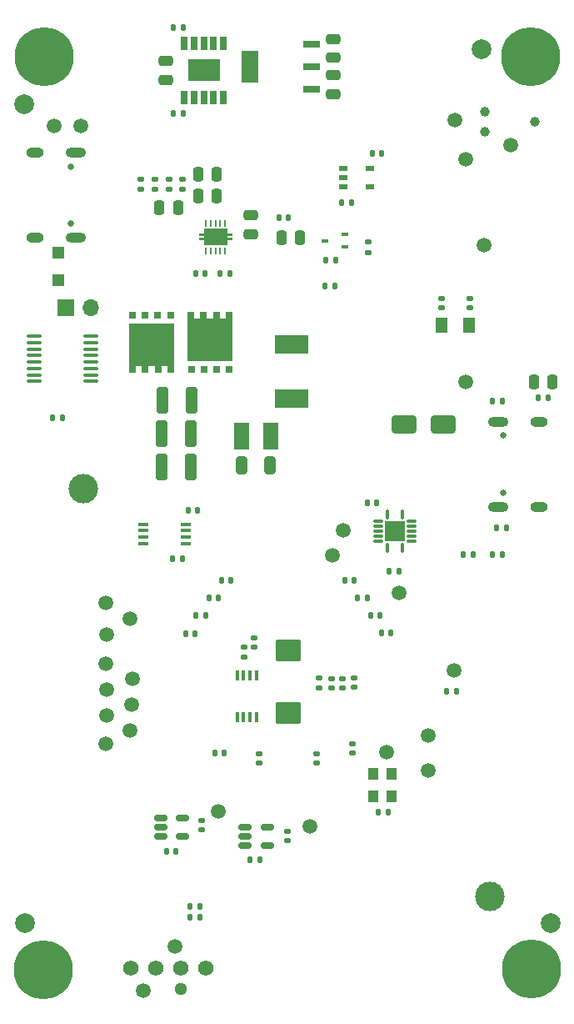
<source format=gbr>
%TF.GenerationSoftware,KiCad,Pcbnew,8.0.5*%
%TF.CreationDate,2024-12-18T19:41:23+01:00*%
%TF.ProjectId,makeraxe-lite,6d616b65-7261-4786-952d-6c6974652e6b,rev?*%
%TF.SameCoordinates,Original*%
%TF.FileFunction,Soldermask,Top*%
%TF.FilePolarity,Negative*%
%FSLAX46Y46*%
G04 Gerber Fmt 4.6, Leading zero omitted, Abs format (unit mm)*
G04 Created by KiCad (PCBNEW 8.0.5) date 2024-12-18 19:41:23*
%MOMM*%
%LPD*%
G01*
G04 APERTURE LIST*
G04 Aperture macros list*
%AMRoundRect*
0 Rectangle with rounded corners*
0 $1 Rounding radius*
0 $2 $3 $4 $5 $6 $7 $8 $9 X,Y pos of 4 corners*
0 Add a 4 corners polygon primitive as box body*
4,1,4,$2,$3,$4,$5,$6,$7,$8,$9,$2,$3,0*
0 Add four circle primitives for the rounded corners*
1,1,$1+$1,$2,$3*
1,1,$1+$1,$4,$5*
1,1,$1+$1,$6,$7*
1,1,$1+$1,$8,$9*
0 Add four rect primitives between the rounded corners*
20,1,$1+$1,$2,$3,$4,$5,0*
20,1,$1+$1,$4,$5,$6,$7,0*
20,1,$1+$1,$6,$7,$8,$9,0*
20,1,$1+$1,$8,$9,$2,$3,0*%
%AMFreePoly0*
4,1,35,0.005000,-4.560000,0.003536,-4.563536,0.000000,-4.565000,-5.000000,-4.565000,-5.003536,-4.563536,-5.005000,-4.560000,-5.005000,-3.898000,-5.003536,-3.894464,-5.000000,-3.893000,-4.325000,-3.893000,-4.325000,-3.269700,-5.000000,-3.269700,-5.003536,-3.268236,-5.005000,-3.264700,-5.005000,-2.599700,-5.003536,-2.596164,-5.000000,-2.594700,-4.325000,-2.594700,-4.325000,-1.971400,-5.000000,-1.971400,
-5.003536,-1.969936,-5.005000,-1.966400,-5.005000,-1.301400,-5.003536,-1.297864,-5.000000,-1.296400,-4.325000,-1.296400,-4.325000,-0.673100,-5.000000,-0.673100,-5.003536,-0.671636,-5.005000,-0.668100,-5.005000,0.000000,-5.003536,0.003536,-5.000000,0.005000,0.005000,0.005000,0.005000,-4.560000,0.005000,-4.560000,$1*%
%AMFreePoly1*
4,1,45,-0.124646,1.700354,-0.124500,1.700000,-0.124500,1.200500,0.124500,1.200500,0.124500,1.700000,0.124646,1.700354,0.125000,1.700500,0.375000,1.700500,0.375354,1.700354,0.375500,1.700000,0.375500,1.200500,0.825000,1.200500,0.825354,1.200354,0.825500,1.200000,0.825500,-1.200000,0.825354,-1.200354,0.825000,-1.200500,0.375500,-1.200500,0.375500,-1.700000,0.375354,-1.700354,
0.375000,-1.700500,0.125000,-1.700500,0.124646,-1.700354,0.124500,-1.700000,0.124500,-1.200500,-0.124500,-1.200500,-0.124500,-1.700000,-0.124646,-1.700354,-0.125000,-1.700500,-0.375000,-1.700500,-0.375354,-1.700354,-0.375500,-1.700000,-0.375500,-1.200500,-0.825000,-1.200500,-0.825354,-1.200354,-0.825500,-1.200000,-0.825500,1.200000,-0.825354,1.200354,-0.825000,1.200500,-0.375500,1.200500,
-0.375500,1.700000,-0.375354,1.700354,-0.375000,1.700500,-0.125000,1.700500,-0.124646,1.700354,-0.124646,1.700354,$1*%
G04 Aperture macros list end*
%ADD10RoundRect,0.250000X0.250000X0.475000X-0.250000X0.475000X-0.250000X-0.475000X0.250000X-0.475000X0*%
%ADD11RoundRect,0.140000X0.140000X0.170000X-0.140000X0.170000X-0.140000X-0.170000X0.140000X-0.170000X0*%
%ADD12RoundRect,0.250000X-1.000000X-0.650000X1.000000X-0.650000X1.000000X0.650000X-1.000000X0.650000X0*%
%ADD13RoundRect,0.100000X-0.637500X-0.100000X0.637500X-0.100000X0.637500X0.100000X-0.637500X0.100000X0*%
%ADD14RoundRect,0.140000X-0.170000X0.140000X-0.170000X-0.140000X0.170000X-0.140000X0.170000X0.140000X0*%
%ADD15C,2.000000*%
%ADD16RoundRect,0.135000X-0.185000X0.135000X-0.185000X-0.135000X0.185000X-0.135000X0.185000X0.135000X0*%
%ADD17R,0.700000X1.400000*%
%ADD18R,3.200000X2.300000*%
%ADD19RoundRect,0.135000X0.135000X0.185000X-0.135000X0.185000X-0.135000X-0.185000X0.135000X-0.185000X0*%
%ADD20C,1.500000*%
%ADD21R,0.700000X0.450000*%
%ADD22C,3.000000*%
%ADD23RoundRect,0.250000X-0.475000X0.250000X-0.475000X-0.250000X0.475000X-0.250000X0.475000X0.250000X0*%
%ADD24RoundRect,0.135000X-0.135000X-0.185000X0.135000X-0.185000X0.135000X0.185000X-0.135000X0.185000X0*%
%ADD25RoundRect,0.250000X-0.250000X-0.475000X0.250000X-0.475000X0.250000X0.475000X-0.250000X0.475000X0*%
%ADD26R,1.168400X1.600200*%
%ADD27RoundRect,0.150000X-0.512500X-0.150000X0.512500X-0.150000X0.512500X0.150000X-0.512500X0.150000X0*%
%ADD28RoundRect,0.140000X0.170000X-0.140000X0.170000X0.140000X-0.170000X0.140000X-0.170000X-0.140000X0*%
%ADD29R,0.400000X1.100000*%
%ADD30RoundRect,0.140000X-0.140000X-0.170000X0.140000X-0.170000X0.140000X0.170000X-0.140000X0.170000X0*%
%ADD31C,0.800000*%
%ADD32C,6.000000*%
%ADD33RoundRect,0.007800X-0.122200X0.442200X-0.122200X-0.442200X0.122200X-0.442200X0.122200X0.442200X0*%
%ADD34RoundRect,0.007800X-0.442200X-0.122200X0.442200X-0.122200X0.442200X0.122200X-0.442200X0.122200X0*%
%ADD35R,2.050000X2.050000*%
%ADD36RoundRect,0.135000X0.185000X-0.135000X0.185000X0.135000X-0.185000X0.135000X-0.185000X-0.135000X0*%
%ADD37R,1.100000X0.400000*%
%ADD38RoundRect,0.250000X-1.025000X0.875000X-1.025000X-0.875000X1.025000X-0.875000X1.025000X0.875000X0*%
%ADD39R,0.700000X0.800000*%
%ADD40FreePoly0,270.000000*%
%ADD41RoundRect,0.050000X-0.070000X0.250000X-0.070000X-0.250000X0.070000X-0.250000X0.070000X0.250000X0*%
%ADD42C,0.400000*%
%ADD43FreePoly1,270.000000*%
%ADD44R,1.600000X2.700000*%
%ADD45FreePoly0,90.000000*%
%ADD46RoundRect,0.250000X-0.325000X-1.100000X0.325000X-1.100000X0.325000X1.100000X-0.325000X1.100000X0*%
%ADD47R,1.200000X1.200000*%
%ADD48R,1.100000X1.300000*%
%ADD49R,1.750000X0.800000*%
%ADD50R,1.750000X3.200000*%
%ADD51RoundRect,0.250000X0.325000X0.650000X-0.325000X0.650000X-0.325000X-0.650000X0.325000X-0.650000X0*%
%ADD52R,3.400000X1.850000*%
%ADD53R,0.952500X0.558800*%
%ADD54C,1.295400*%
%ADD55C,1.574800*%
%ADD56C,0.650000*%
%ADD57O,1.800000X1.000000*%
%ADD58O,2.100000X1.000000*%
%ADD59R,1.700000X1.700000*%
%ADD60O,1.700000X1.700000*%
%ADD61C,0.990600*%
G04 APERTURE END LIST*
D10*
%TO.C,C13*%
X106814000Y-69487000D03*
X104914000Y-69487000D03*
%TD*%
D11*
%TO.C,C43*%
X116836000Y-103365000D03*
X115876000Y-103365000D03*
%TD*%
D12*
%TO.C,D1*%
X117380000Y-88392000D03*
X121380000Y-88392000D03*
%TD*%
D13*
%TO.C,U2*%
X79777500Y-79495000D03*
X79777500Y-80145000D03*
X79777500Y-80795000D03*
X79777500Y-81445000D03*
X79777500Y-82095000D03*
X79777500Y-82745000D03*
X79777500Y-83395000D03*
X79777500Y-84045000D03*
X85502500Y-84045000D03*
X85502500Y-83395000D03*
X85502500Y-82745000D03*
X85502500Y-82095000D03*
X85502500Y-81445000D03*
X85502500Y-80795000D03*
X85502500Y-80145000D03*
X85502500Y-79495000D03*
%TD*%
D14*
%TO.C,C31*%
X112268000Y-114175600D03*
X112268000Y-115135600D03*
%TD*%
D15*
%TO.C,FID2*%
X125272800Y-50292000D03*
%TD*%
%TO.C,FID4*%
X132257800Y-139065000D03*
%TD*%
D16*
%TO.C,R5*%
X90649600Y-63569000D03*
X90649600Y-64589000D03*
%TD*%
D15*
%TO.C,FID3*%
X78841600Y-139065000D03*
%TD*%
D17*
%TO.C,IC1*%
X95030000Y-55240000D03*
X96030000Y-55240000D03*
X97030000Y-55240000D03*
X98030000Y-55240000D03*
X99030000Y-55240000D03*
X99030000Y-49740000D03*
X98030000Y-49740000D03*
X97030000Y-49740000D03*
X96030000Y-49740000D03*
X95030000Y-49740000D03*
D18*
X97030000Y-52490000D03*
%TD*%
D19*
%TO.C,R16*%
X122717000Y-115554000D03*
X121697000Y-115554000D03*
%TD*%
D11*
%TO.C,C25*%
X115730000Y-127810000D03*
X114770000Y-127810000D03*
%TD*%
D20*
%TO.C,TP18*%
X87045800Y-112699800D03*
%TD*%
D21*
%TO.C,Q1*%
X111370000Y-70430000D03*
X111370000Y-69130000D03*
X109370000Y-69780000D03*
%TD*%
D10*
%TO.C,C9*%
X98355400Y-63005800D03*
X96455400Y-63005800D03*
%TD*%
D20*
%TO.C,TP6*%
X123610000Y-84120000D03*
%TD*%
D16*
%TO.C,R12*%
X113770000Y-69930000D03*
X113770000Y-70950000D03*
%TD*%
D11*
%TO.C,C27*%
X114920000Y-107790000D03*
X113960000Y-107790000D03*
%TD*%
D22*
%TO.C,H6*%
X84764000Y-94984000D03*
%TD*%
D19*
%TO.C,R15*%
X127764000Y-98910000D03*
X126744000Y-98910000D03*
%TD*%
D23*
%TO.C,C5*%
X101783000Y-67211600D03*
X101783000Y-69111600D03*
%TD*%
D24*
%TO.C,R1*%
X93940000Y-56850000D03*
X94960000Y-56850000D03*
%TD*%
D20*
%TO.C,TP9*%
X111225000Y-99150000D03*
%TD*%
D14*
%TO.C,C47*%
X105540000Y-129760000D03*
X105540000Y-130720000D03*
%TD*%
D25*
%TO.C,C14*%
X92522000Y-66420000D03*
X94422000Y-66420000D03*
%TD*%
D26*
%TO.C,Y1*%
X124017400Y-78349000D03*
X121172600Y-78349000D03*
%TD*%
D20*
%TO.C,TP27*%
X94107000Y-141452600D03*
%TD*%
%TO.C,TP28*%
X90855800Y-145948400D03*
%TD*%
D27*
%TO.C,U11*%
X92615500Y-128358000D03*
X92615500Y-129308000D03*
X92615500Y-130258000D03*
X94890500Y-130258000D03*
X94890500Y-128358000D03*
%TD*%
D25*
%TO.C,C21*%
X130580000Y-84090000D03*
X132480000Y-84090000D03*
%TD*%
D20*
%TO.C,TP13*%
X119800000Y-119990000D03*
%TD*%
%TO.C,TP7*%
X122556000Y-57528000D03*
%TD*%
D27*
%TO.C,U12*%
X101182500Y-129290000D03*
X101182500Y-130240000D03*
X101182500Y-131190000D03*
X103457500Y-131190000D03*
X103457500Y-129290000D03*
%TD*%
D22*
%TO.C,H5*%
X126130000Y-136350000D03*
%TD*%
D20*
%TO.C,TP19*%
X89763600Y-114223800D03*
%TD*%
D28*
%TO.C,C28*%
X108485000Y-122798000D03*
X108485000Y-121838000D03*
%TD*%
D20*
%TO.C,TP20*%
X87147400Y-115316000D03*
%TD*%
D29*
%TO.C,U13*%
X102371800Y-113877200D03*
X101721800Y-113877200D03*
X101071800Y-113877200D03*
X100421800Y-113877200D03*
X100421800Y-118177200D03*
X101071800Y-118177200D03*
X101721800Y-118177200D03*
X102371800Y-118177200D03*
%TD*%
D11*
%TO.C,C37*%
X99780000Y-104240000D03*
X98820000Y-104240000D03*
%TD*%
D30*
%TO.C,C23*%
X131050000Y-85700000D03*
X132010000Y-85700000D03*
%TD*%
D19*
%TO.C,R11*%
X127347000Y-101658000D03*
X126327000Y-101658000D03*
%TD*%
D23*
%TO.C,C7*%
X93180000Y-51540000D03*
X93180000Y-53440000D03*
%TD*%
D20*
%TO.C,TP2*%
X81790000Y-58110000D03*
%TD*%
D31*
%TO.C,H1*%
X127985010Y-51120990D03*
X128644020Y-49530000D03*
X128644020Y-52711980D03*
X130235010Y-48870990D03*
D32*
X130235010Y-51120990D03*
D31*
X130235010Y-53370990D03*
X131826000Y-49530000D03*
X131826000Y-52711980D03*
X132485010Y-51120990D03*
%TD*%
D28*
%TO.C,C22*%
X124043000Y-76576000D03*
X124043000Y-75616000D03*
%TD*%
D15*
%TO.C,FID1*%
X78740000Y-55905400D03*
%TD*%
D33*
%TO.C,U10*%
X115672000Y-97580000D03*
D34*
X114737000Y-98265000D03*
X114737000Y-98765000D03*
X114737000Y-99265000D03*
X114737000Y-99765000D03*
X114737000Y-100265000D03*
D33*
X115672000Y-100950000D03*
X117172000Y-100950000D03*
D34*
X118107000Y-100265000D03*
X118107000Y-99765000D03*
X118107000Y-99265000D03*
X118107000Y-98765000D03*
X118107000Y-98265000D03*
D33*
X117172000Y-97580000D03*
D35*
X116422000Y-99265000D03*
%TD*%
D16*
%TO.C,R2*%
X94828800Y-63573600D03*
X94828800Y-64593600D03*
%TD*%
D20*
%TO.C,TP15*%
X87100000Y-106510000D03*
%TD*%
%TO.C,TP3*%
X125500000Y-70190000D03*
%TD*%
D36*
%TO.C,R7*%
X93465000Y-64589000D03*
X93465000Y-63569000D03*
%TD*%
D11*
%TO.C,C39*%
X98490000Y-106040000D03*
X97530000Y-106040000D03*
%TD*%
D19*
%TO.C,R9*%
X94840000Y-102040000D03*
X93820000Y-102040000D03*
%TD*%
D31*
%TO.C,H3*%
X128052000Y-143728000D03*
X128711010Y-142137010D03*
X128711010Y-145318990D03*
X130302000Y-141478000D03*
D32*
X130302000Y-143728000D03*
D31*
X130302000Y-145978000D03*
X131892990Y-142137010D03*
X131892990Y-145318990D03*
X132552000Y-143728000D03*
%TD*%
D28*
%TO.C,C40*%
X102646000Y-122798000D03*
X102646000Y-121838000D03*
%TD*%
D11*
%TO.C,C20*%
X115080000Y-60930000D03*
X114120000Y-60930000D03*
%TD*%
%TO.C,C42*%
X96139000Y-109681000D03*
X95179000Y-109681000D03*
%TD*%
D20*
%TO.C,TP4*%
X128200000Y-60060000D03*
%TD*%
D10*
%TO.C,C8*%
X98333000Y-65268000D03*
X96433000Y-65268000D03*
%TD*%
D23*
%TO.C,C10*%
X110160000Y-52990000D03*
X110160000Y-54890000D03*
%TD*%
D37*
%TO.C,U5*%
X90890000Y-98565000D03*
X90890000Y-99215000D03*
X90890000Y-99865000D03*
X90890000Y-100515000D03*
X95190000Y-100515000D03*
X95190000Y-99865000D03*
X95190000Y-99215000D03*
X95190000Y-98565000D03*
%TD*%
D20*
%TO.C,TP10*%
X116870000Y-105550000D03*
%TD*%
D30*
%TO.C,C6*%
X104650000Y-67450000D03*
X105610000Y-67450000D03*
%TD*%
D20*
%TO.C,TP21*%
X89687400Y-116840000D03*
%TD*%
D31*
%TO.C,H4*%
X78455010Y-143830990D03*
X79114020Y-142240000D03*
X79114020Y-145421980D03*
X80705010Y-141580990D03*
D32*
X80705010Y-143830990D03*
D31*
X80705010Y-146080990D03*
X82296000Y-142240000D03*
X82296000Y-145421980D03*
X82955010Y-143830990D03*
%TD*%
D28*
%TO.C,C24*%
X121159000Y-76585000D03*
X121159000Y-75625000D03*
%TD*%
D11*
%TO.C,C1*%
X82650000Y-87720000D03*
X81690000Y-87720000D03*
%TD*%
D14*
%TO.C,C34*%
X108712000Y-114201000D03*
X108712000Y-115161000D03*
%TD*%
%TO.C,C35*%
X111150400Y-114226400D03*
X111150400Y-115186400D03*
%TD*%
D16*
%TO.C,R6*%
X92057300Y-63569000D03*
X92057300Y-64589000D03*
%TD*%
D20*
%TO.C,TP1*%
X84530000Y-58110000D03*
%TD*%
D11*
%TO.C,C38*%
X99092000Y-121788000D03*
X98132000Y-121788000D03*
%TD*%
D38*
%TO.C,C36*%
X105600000Y-111360000D03*
X105600000Y-117760000D03*
%TD*%
D39*
%TO.C,Q3*%
X95751600Y-82862700D03*
X97049900Y-82862700D03*
X98313300Y-82862700D03*
X99611600Y-82862700D03*
D40*
X99961600Y-81957700D03*
%TD*%
D28*
%TO.C,C51*%
X102133400Y-111046200D03*
X102133400Y-110086200D03*
%TD*%
D24*
%TO.C,R17*%
X95640000Y-138480000D03*
X96660000Y-138480000D03*
%TD*%
D23*
%TO.C,C11*%
X110160000Y-49300000D03*
X110160000Y-51200000D03*
%TD*%
D20*
%TO.C,TP16*%
X89500000Y-108130000D03*
%TD*%
D30*
%TO.C,C15*%
X95450000Y-97140000D03*
X96410000Y-97140000D03*
%TD*%
D41*
%TO.C,U4*%
X99201691Y-68022200D03*
X98701691Y-68022200D03*
X98201691Y-68022200D03*
X97701691Y-68022200D03*
X97201691Y-68022200D03*
X97201691Y-70822200D03*
X97701691Y-70822200D03*
X98201691Y-70822200D03*
X98701691Y-70822200D03*
X99201691Y-70822200D03*
D42*
X98201691Y-68847200D03*
X99151691Y-69422200D03*
D43*
X98201691Y-69422200D03*
D42*
X97251691Y-69422200D03*
X98201691Y-69997200D03*
%TD*%
D20*
%TO.C,TP8*%
X110075000Y-101700000D03*
%TD*%
%TO.C,TP24*%
X87071200Y-120827800D03*
%TD*%
D31*
%TO.C,H2*%
X78558000Y-51054000D03*
X79217010Y-49463010D03*
X79217010Y-52644990D03*
X80808000Y-48804000D03*
D32*
X80808000Y-51054000D03*
D31*
X80808000Y-53304000D03*
X82398990Y-49463010D03*
X82398990Y-52644990D03*
X83058000Y-51054000D03*
%TD*%
D30*
%TO.C,C44*%
X93253000Y-131818000D03*
X94213000Y-131818000D03*
%TD*%
D20*
%TO.C,TP14*%
X119800000Y-123540000D03*
%TD*%
D11*
%TO.C,C19*%
X124370000Y-101660000D03*
X123410000Y-101660000D03*
%TD*%
%TO.C,C29*%
X113620000Y-106030000D03*
X112660000Y-106030000D03*
%TD*%
D44*
%TO.C,C16*%
X103851600Y-89640200D03*
X100851600Y-89640200D03*
%TD*%
D39*
%TO.C,Q2*%
X93649887Y-77313864D03*
X92351587Y-77313864D03*
X91088187Y-77313864D03*
X89789887Y-77313864D03*
D45*
X89439887Y-78218864D03*
%TD*%
D30*
%TO.C,C12*%
X96189800Y-73128000D03*
X97149800Y-73128000D03*
%TD*%
D20*
%TO.C,TP12*%
X115560000Y-121710000D03*
%TD*%
D46*
%TO.C,C2*%
X92806600Y-85970200D03*
X95756600Y-85970200D03*
%TD*%
D20*
%TO.C,TP17*%
X87180000Y-109740000D03*
%TD*%
D47*
%TO.C,D3*%
X82200000Y-73800000D03*
X82200000Y-71000000D03*
%TD*%
D48*
%TO.C,U8*%
X116140000Y-126170000D03*
X116140000Y-123870000D03*
X114240000Y-123870000D03*
X114240000Y-126170000D03*
%TD*%
D20*
%TO.C,TP25*%
X98473000Y-127736000D03*
%TD*%
D24*
%TO.C,R4*%
X98650200Y-73123400D03*
X99670200Y-73123400D03*
%TD*%
D19*
%TO.C,R8*%
X110465000Y-71760000D03*
X109445000Y-71760000D03*
%TD*%
D11*
%TO.C,C26*%
X116020000Y-109624000D03*
X115060000Y-109624000D03*
%TD*%
D24*
%TO.C,R13*%
X109340000Y-74410000D03*
X110360000Y-74410000D03*
%TD*%
D30*
%TO.C,C45*%
X101730000Y-132610000D03*
X102690000Y-132610000D03*
%TD*%
D20*
%TO.C,TP23*%
X89560400Y-119507000D03*
%TD*%
D49*
%TO.C,U3*%
X107980000Y-54430000D03*
X107980000Y-52130000D03*
X107980000Y-49830000D03*
D50*
X101680000Y-52130000D03*
%TD*%
D28*
%TO.C,C30*%
X112160000Y-121800000D03*
X112160000Y-120840000D03*
%TD*%
D20*
%TO.C,TP11*%
X122500000Y-113430000D03*
%TD*%
D36*
%TO.C,R18*%
X101092000Y-112066800D03*
X101092000Y-111046800D03*
%TD*%
D11*
%TO.C,C41*%
X97210000Y-107780000D03*
X96250000Y-107780000D03*
%TD*%
%TO.C,C32*%
X112290000Y-104240000D03*
X111330000Y-104240000D03*
%TD*%
D30*
%TO.C,C50*%
X95640000Y-137410000D03*
X96600000Y-137410000D03*
%TD*%
D20*
%TO.C,TP26*%
X107830000Y-129200000D03*
%TD*%
%TO.C,TP22*%
X87122000Y-117983000D03*
%TD*%
D19*
%TO.C,R14*%
X127382000Y-86047000D03*
X126362000Y-86047000D03*
%TD*%
D30*
%TO.C,C18*%
X111051000Y-65931000D03*
X112011000Y-65931000D03*
%TD*%
D20*
%TO.C,TP5*%
X123640000Y-61510000D03*
%TD*%
D11*
%TO.C,C48*%
X114582000Y-96355000D03*
X113622000Y-96355000D03*
%TD*%
D51*
%TO.C,C17*%
X103786600Y-92610200D03*
X100836600Y-92610200D03*
%TD*%
D24*
%TO.C,R3*%
X93940000Y-48110000D03*
X94960000Y-48110000D03*
%TD*%
D14*
%TO.C,C46*%
X96763000Y-128638000D03*
X96763000Y-129598000D03*
%TD*%
D46*
%TO.C,C3*%
X92766600Y-89380200D03*
X95716600Y-89380200D03*
%TD*%
D14*
%TO.C,C33*%
X109982000Y-114230000D03*
X109982000Y-115190000D03*
%TD*%
D52*
%TO.C,L1*%
X105950000Y-80265000D03*
X105950000Y-85815000D03*
%TD*%
D53*
%TO.C,U6*%
X111185050Y-62440200D03*
X111185050Y-63380000D03*
X111185050Y-64319800D03*
X113940950Y-64319800D03*
X113940950Y-62440200D03*
%TD*%
D46*
%TO.C,C4*%
X92766600Y-92740200D03*
X95716600Y-92740200D03*
%TD*%
D54*
%TO.C,J6*%
X94701000Y-145782001D03*
D55*
X89621000Y-143622000D03*
X92161000Y-143622000D03*
X94701000Y-143622000D03*
X97241000Y-143622000D03*
%TD*%
D56*
%TO.C,J2*%
X83545000Y-68040000D03*
X83545000Y-62260000D03*
D57*
X79865000Y-69470000D03*
D58*
X84045000Y-69470000D03*
D57*
X79865000Y-60830000D03*
D58*
X84045000Y-60830000D03*
%TD*%
D59*
%TO.C,J1*%
X83000000Y-76540000D03*
D60*
X85540000Y-76540000D03*
%TD*%
D56*
%TO.C,J5*%
X127443000Y-89566000D03*
X127443000Y-95346000D03*
D57*
X131123000Y-88136000D03*
D58*
X126943000Y-88136000D03*
D57*
X131123000Y-96776000D03*
D58*
X126943000Y-96776000D03*
%TD*%
D61*
%TO.C,J3*%
X130670000Y-57730000D03*
X125590000Y-58746000D03*
X125590000Y-56714000D03*
%TD*%
M02*

</source>
